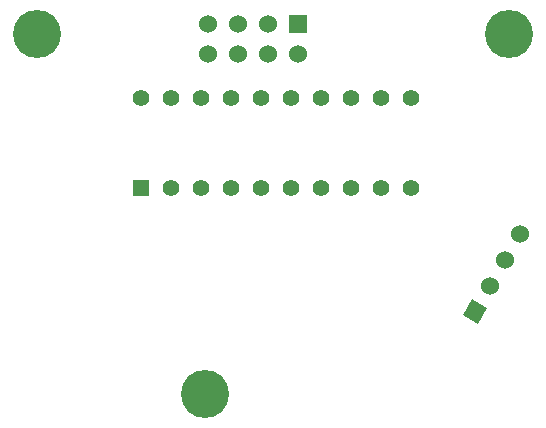
<source format=gts>
G04 (created by PCBNEW (2013-dec-23)-stable) date Sat 02 Aug 2014 13:30:51 BST*
%MOIN*%
G04 Gerber Fmt 3.4, Leading zero omitted, Abs format*
%FSLAX34Y34*%
G01*
G70*
G90*
G04 APERTURE LIST*
%ADD10C,0.00590551*%
%ADD11R,0.06X0.06*%
%ADD12C,0.06*%
%ADD13R,0.055X0.055*%
%ADD14C,0.055*%
%ADD15C,0.16*%
G04 APERTURE END LIST*
G54D10*
G54D11*
X84611Y-53255D03*
G54D12*
X84611Y-54255D03*
X83611Y-53255D03*
X83611Y-54255D03*
X82611Y-53255D03*
X82611Y-54255D03*
X81611Y-53255D03*
X81611Y-54255D03*
G54D10*
G36*
X90640Y-63239D02*
X90120Y-62939D01*
X90420Y-62419D01*
X90940Y-62719D01*
X90640Y-63239D01*
X90640Y-63239D01*
G37*
G54D12*
X91030Y-61963D03*
X91530Y-61097D03*
X92030Y-60231D03*
G54D13*
X79398Y-58700D03*
G54D14*
X80398Y-58700D03*
X81398Y-58700D03*
X82398Y-58700D03*
X83398Y-58700D03*
X84398Y-58700D03*
X85398Y-58700D03*
X86398Y-58700D03*
X87398Y-58700D03*
X88398Y-58700D03*
X88398Y-55700D03*
X87398Y-55700D03*
X86398Y-55700D03*
X85398Y-55700D03*
X84398Y-55700D03*
X83398Y-55700D03*
X82398Y-55700D03*
X81398Y-55700D03*
X80398Y-55700D03*
X79398Y-55700D03*
G54D15*
X81536Y-65566D03*
X91674Y-53558D03*
X75925Y-53558D03*
M02*

</source>
